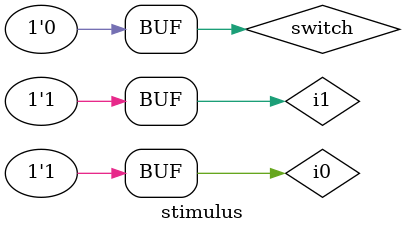
<source format=v>
`timescale 1ns / 1ps
module stimulus;
	reg i0,i1,switch;
	wire out;
	mux mux1 (out , i0 , i1 , switch);
		
	initial begin
		$dumpfile("output.vcd");
		$dumpvars(0,stimulus);
		i0 = 0;
		i1 = 0;
		switch = 0;
		#20 i0 = 1;
		#20 switch = 1;
		#20 i1 = 1;
		#20 switch = 0;
		#20;
	end
	initial
		$monitor("time = %3d i0 = %d , i1 = %d , switch = %d , output = %d" , $time , i0 , i1 , switch , out);
endmodule
</source>
